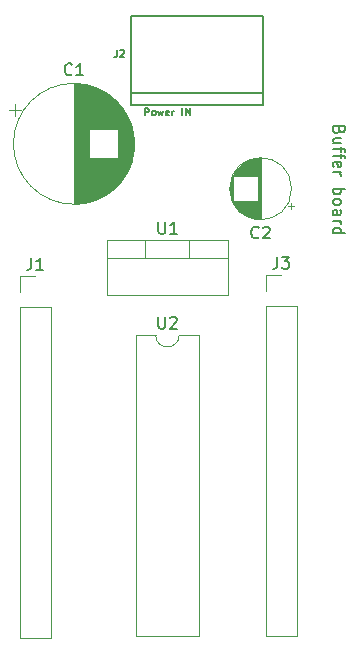
<source format=gto>
G04 #@! TF.GenerationSoftware,KiCad,Pcbnew,5.1.10-1.fc34*
G04 #@! TF.CreationDate,2021-08-21T17:02:38+03:00*
G04 #@! TF.ProjectId,nmea0183-5V-buffer-board,6e6d6561-3031-4383-932d-35562d627566,rev?*
G04 #@! TF.SameCoordinates,Original*
G04 #@! TF.FileFunction,Legend,Top*
G04 #@! TF.FilePolarity,Positive*
%FSLAX46Y46*%
G04 Gerber Fmt 4.6, Leading zero omitted, Abs format (unit mm)*
G04 Created by KiCad (PCBNEW 5.1.10-1.fc34) date 2021-08-21 17:02:38*
%MOMM*%
%LPD*%
G01*
G04 APERTURE LIST*
%ADD10C,0.150000*%
%ADD11C,0.203200*%
%ADD12C,0.120000*%
%ADD13C,0.127000*%
%ADD14C,3.200000*%
%ADD15C,2.235200*%
%ADD16O,1.600000X1.600000*%
%ADD17R,1.600000X1.600000*%
%ADD18O,1.905000X2.000000*%
%ADD19R,1.905000X2.000000*%
%ADD20O,1.700000X1.700000*%
%ADD21R,1.700000X1.700000*%
%ADD22C,1.600000*%
%ADD23C,2.000000*%
%ADD24R,2.000000X2.000000*%
G04 APERTURE END LIST*
D10*
X160853428Y-86233523D02*
X160805809Y-86376380D01*
X160758190Y-86424000D01*
X160662952Y-86471619D01*
X160520095Y-86471619D01*
X160424857Y-86424000D01*
X160377238Y-86376380D01*
X160329619Y-86281142D01*
X160329619Y-85900190D01*
X161329619Y-85900190D01*
X161329619Y-86233523D01*
X161282000Y-86328761D01*
X161234380Y-86376380D01*
X161139142Y-86424000D01*
X161043904Y-86424000D01*
X160948666Y-86376380D01*
X160901047Y-86328761D01*
X160853428Y-86233523D01*
X160853428Y-85900190D01*
X160996285Y-87328761D02*
X160329619Y-87328761D01*
X160996285Y-86900190D02*
X160472476Y-86900190D01*
X160377238Y-86947809D01*
X160329619Y-87043047D01*
X160329619Y-87185904D01*
X160377238Y-87281142D01*
X160424857Y-87328761D01*
X160996285Y-87662095D02*
X160996285Y-88043047D01*
X160329619Y-87804952D02*
X161186761Y-87804952D01*
X161282000Y-87852571D01*
X161329619Y-87947809D01*
X161329619Y-88043047D01*
X160996285Y-88233523D02*
X160996285Y-88614476D01*
X160329619Y-88376380D02*
X161186761Y-88376380D01*
X161282000Y-88424000D01*
X161329619Y-88519238D01*
X161329619Y-88614476D01*
X160377238Y-89328761D02*
X160329619Y-89233523D01*
X160329619Y-89043047D01*
X160377238Y-88947809D01*
X160472476Y-88900190D01*
X160853428Y-88900190D01*
X160948666Y-88947809D01*
X160996285Y-89043047D01*
X160996285Y-89233523D01*
X160948666Y-89328761D01*
X160853428Y-89376380D01*
X160758190Y-89376380D01*
X160662952Y-88900190D01*
X160329619Y-89804952D02*
X160996285Y-89804952D01*
X160805809Y-89804952D02*
X160901047Y-89852571D01*
X160948666Y-89900190D01*
X160996285Y-89995428D01*
X160996285Y-90090666D01*
X160329619Y-91185904D02*
X161329619Y-91185904D01*
X160948666Y-91185904D02*
X160996285Y-91281142D01*
X160996285Y-91471619D01*
X160948666Y-91566857D01*
X160901047Y-91614476D01*
X160805809Y-91662095D01*
X160520095Y-91662095D01*
X160424857Y-91614476D01*
X160377238Y-91566857D01*
X160329619Y-91471619D01*
X160329619Y-91281142D01*
X160377238Y-91185904D01*
X160329619Y-92233523D02*
X160377238Y-92138285D01*
X160424857Y-92090666D01*
X160520095Y-92043047D01*
X160805809Y-92043047D01*
X160901047Y-92090666D01*
X160948666Y-92138285D01*
X160996285Y-92233523D01*
X160996285Y-92376380D01*
X160948666Y-92471619D01*
X160901047Y-92519238D01*
X160805809Y-92566857D01*
X160520095Y-92566857D01*
X160424857Y-92519238D01*
X160377238Y-92471619D01*
X160329619Y-92376380D01*
X160329619Y-92233523D01*
X160329619Y-93424000D02*
X160853428Y-93424000D01*
X160948666Y-93376380D01*
X160996285Y-93281142D01*
X160996285Y-93090666D01*
X160948666Y-92995428D01*
X160377238Y-93424000D02*
X160329619Y-93328761D01*
X160329619Y-93090666D01*
X160377238Y-92995428D01*
X160472476Y-92947809D01*
X160567714Y-92947809D01*
X160662952Y-92995428D01*
X160710571Y-93090666D01*
X160710571Y-93328761D01*
X160758190Y-93424000D01*
X160329619Y-93900190D02*
X160996285Y-93900190D01*
X160805809Y-93900190D02*
X160901047Y-93947809D01*
X160948666Y-93995428D01*
X160996285Y-94090666D01*
X160996285Y-94185904D01*
X160329619Y-94947809D02*
X161329619Y-94947809D01*
X160377238Y-94947809D02*
X160329619Y-94852571D01*
X160329619Y-94662095D01*
X160377238Y-94566857D01*
X160424857Y-94519238D01*
X160520095Y-94471619D01*
X160805809Y-94471619D01*
X160901047Y-94519238D01*
X160948666Y-94566857D01*
X160996285Y-94662095D01*
X160996285Y-94852571D01*
X160948666Y-94947809D01*
D11*
X143205200Y-76573380D02*
X154401520Y-76573380D01*
X154401520Y-76573380D02*
X154401520Y-83070700D01*
X154401520Y-83070700D02*
X154401520Y-84071460D01*
X154401520Y-84071460D02*
X143205200Y-84071460D01*
X143205200Y-84071460D02*
X143205200Y-83070700D01*
X143205200Y-83070700D02*
X143205200Y-76573380D01*
X154401520Y-83070700D02*
X143205200Y-83070700D01*
D12*
X145304000Y-103572000D02*
X143654000Y-103572000D01*
X143654000Y-103572000D02*
X143654000Y-129092000D01*
X143654000Y-129092000D02*
X148954000Y-129092000D01*
X148954000Y-129092000D02*
X148954000Y-103572000D01*
X148954000Y-103572000D02*
X147304000Y-103572000D01*
X147304000Y-103572000D02*
G75*
G02*
X145304000Y-103572000I-1000000J0D01*
G01*
X141184000Y-95536000D02*
X151424000Y-95536000D01*
X141184000Y-100177000D02*
X151424000Y-100177000D01*
X141184000Y-95536000D02*
X141184000Y-100177000D01*
X151424000Y-95536000D02*
X151424000Y-100177000D01*
X141184000Y-97046000D02*
X151424000Y-97046000D01*
X144454000Y-95536000D02*
X144454000Y-97046000D01*
X148155000Y-95536000D02*
X148155000Y-97046000D01*
X154626000Y-129092000D02*
X157286000Y-129092000D01*
X154626000Y-101092000D02*
X154626000Y-129092000D01*
X157286000Y-101092000D02*
X157286000Y-129092000D01*
X154626000Y-101092000D02*
X157286000Y-101092000D01*
X154626000Y-99822000D02*
X154626000Y-98492000D01*
X154626000Y-98492000D02*
X155956000Y-98492000D01*
X133798000Y-129198000D02*
X136458000Y-129198000D01*
X133798000Y-101198000D02*
X133798000Y-129198000D01*
X136458000Y-101198000D02*
X136458000Y-129198000D01*
X133798000Y-101198000D02*
X136458000Y-101198000D01*
X133798000Y-99928000D02*
X133798000Y-98598000D01*
X133798000Y-98598000D02*
X135128000Y-98598000D01*
X156818000Y-91186000D02*
G75*
G03*
X156818000Y-91186000I-2620000J0D01*
G01*
X154198000Y-93766000D02*
X154198000Y-88606000D01*
X154158000Y-93766000D02*
X154158000Y-88606000D01*
X154118000Y-93765000D02*
X154118000Y-88607000D01*
X154078000Y-93764000D02*
X154078000Y-88608000D01*
X154038000Y-93762000D02*
X154038000Y-88610000D01*
X153998000Y-93759000D02*
X153998000Y-88613000D01*
X153958000Y-93755000D02*
X153958000Y-92226000D01*
X153958000Y-90146000D02*
X153958000Y-88617000D01*
X153918000Y-93751000D02*
X153918000Y-92226000D01*
X153918000Y-90146000D02*
X153918000Y-88621000D01*
X153878000Y-93747000D02*
X153878000Y-92226000D01*
X153878000Y-90146000D02*
X153878000Y-88625000D01*
X153838000Y-93742000D02*
X153838000Y-92226000D01*
X153838000Y-90146000D02*
X153838000Y-88630000D01*
X153798000Y-93736000D02*
X153798000Y-92226000D01*
X153798000Y-90146000D02*
X153798000Y-88636000D01*
X153758000Y-93729000D02*
X153758000Y-92226000D01*
X153758000Y-90146000D02*
X153758000Y-88643000D01*
X153718000Y-93722000D02*
X153718000Y-92226000D01*
X153718000Y-90146000D02*
X153718000Y-88650000D01*
X153678000Y-93714000D02*
X153678000Y-92226000D01*
X153678000Y-90146000D02*
X153678000Y-88658000D01*
X153638000Y-93706000D02*
X153638000Y-92226000D01*
X153638000Y-90146000D02*
X153638000Y-88666000D01*
X153598000Y-93697000D02*
X153598000Y-92226000D01*
X153598000Y-90146000D02*
X153598000Y-88675000D01*
X153558000Y-93687000D02*
X153558000Y-92226000D01*
X153558000Y-90146000D02*
X153558000Y-88685000D01*
X153518000Y-93677000D02*
X153518000Y-92226000D01*
X153518000Y-90146000D02*
X153518000Y-88695000D01*
X153477000Y-93666000D02*
X153477000Y-92226000D01*
X153477000Y-90146000D02*
X153477000Y-88706000D01*
X153437000Y-93654000D02*
X153437000Y-92226000D01*
X153437000Y-90146000D02*
X153437000Y-88718000D01*
X153397000Y-93641000D02*
X153397000Y-92226000D01*
X153397000Y-90146000D02*
X153397000Y-88731000D01*
X153357000Y-93628000D02*
X153357000Y-92226000D01*
X153357000Y-90146000D02*
X153357000Y-88744000D01*
X153317000Y-93614000D02*
X153317000Y-92226000D01*
X153317000Y-90146000D02*
X153317000Y-88758000D01*
X153277000Y-93600000D02*
X153277000Y-92226000D01*
X153277000Y-90146000D02*
X153277000Y-88772000D01*
X153237000Y-93584000D02*
X153237000Y-92226000D01*
X153237000Y-90146000D02*
X153237000Y-88788000D01*
X153197000Y-93568000D02*
X153197000Y-92226000D01*
X153197000Y-90146000D02*
X153197000Y-88804000D01*
X153157000Y-93551000D02*
X153157000Y-92226000D01*
X153157000Y-90146000D02*
X153157000Y-88821000D01*
X153117000Y-93534000D02*
X153117000Y-92226000D01*
X153117000Y-90146000D02*
X153117000Y-88838000D01*
X153077000Y-93515000D02*
X153077000Y-92226000D01*
X153077000Y-90146000D02*
X153077000Y-88857000D01*
X153037000Y-93496000D02*
X153037000Y-92226000D01*
X153037000Y-90146000D02*
X153037000Y-88876000D01*
X152997000Y-93476000D02*
X152997000Y-92226000D01*
X152997000Y-90146000D02*
X152997000Y-88896000D01*
X152957000Y-93454000D02*
X152957000Y-92226000D01*
X152957000Y-90146000D02*
X152957000Y-88918000D01*
X152917000Y-93433000D02*
X152917000Y-92226000D01*
X152917000Y-90146000D02*
X152917000Y-88939000D01*
X152877000Y-93410000D02*
X152877000Y-92226000D01*
X152877000Y-90146000D02*
X152877000Y-88962000D01*
X152837000Y-93386000D02*
X152837000Y-92226000D01*
X152837000Y-90146000D02*
X152837000Y-88986000D01*
X152797000Y-93361000D02*
X152797000Y-92226000D01*
X152797000Y-90146000D02*
X152797000Y-89011000D01*
X152757000Y-93335000D02*
X152757000Y-92226000D01*
X152757000Y-90146000D02*
X152757000Y-89037000D01*
X152717000Y-93308000D02*
X152717000Y-92226000D01*
X152717000Y-90146000D02*
X152717000Y-89064000D01*
X152677000Y-93281000D02*
X152677000Y-92226000D01*
X152677000Y-90146000D02*
X152677000Y-89091000D01*
X152637000Y-93251000D02*
X152637000Y-92226000D01*
X152637000Y-90146000D02*
X152637000Y-89121000D01*
X152597000Y-93221000D02*
X152597000Y-92226000D01*
X152597000Y-90146000D02*
X152597000Y-89151000D01*
X152557000Y-93190000D02*
X152557000Y-92226000D01*
X152557000Y-90146000D02*
X152557000Y-89182000D01*
X152517000Y-93157000D02*
X152517000Y-92226000D01*
X152517000Y-90146000D02*
X152517000Y-89215000D01*
X152477000Y-93123000D02*
X152477000Y-92226000D01*
X152477000Y-90146000D02*
X152477000Y-89249000D01*
X152437000Y-93087000D02*
X152437000Y-92226000D01*
X152437000Y-90146000D02*
X152437000Y-89285000D01*
X152397000Y-93050000D02*
X152397000Y-92226000D01*
X152397000Y-90146000D02*
X152397000Y-89322000D01*
X152357000Y-93012000D02*
X152357000Y-92226000D01*
X152357000Y-90146000D02*
X152357000Y-89360000D01*
X152317000Y-92971000D02*
X152317000Y-92226000D01*
X152317000Y-90146000D02*
X152317000Y-89401000D01*
X152277000Y-92929000D02*
X152277000Y-92226000D01*
X152277000Y-90146000D02*
X152277000Y-89443000D01*
X152237000Y-92885000D02*
X152237000Y-92226000D01*
X152237000Y-90146000D02*
X152237000Y-89487000D01*
X152197000Y-92839000D02*
X152197000Y-92226000D01*
X152197000Y-90146000D02*
X152197000Y-89533000D01*
X152157000Y-92791000D02*
X152157000Y-92226000D01*
X152157000Y-90146000D02*
X152157000Y-89581000D01*
X152117000Y-92740000D02*
X152117000Y-92226000D01*
X152117000Y-90146000D02*
X152117000Y-89632000D01*
X152077000Y-92686000D02*
X152077000Y-92226000D01*
X152077000Y-90146000D02*
X152077000Y-89686000D01*
X152037000Y-92629000D02*
X152037000Y-92226000D01*
X152037000Y-90146000D02*
X152037000Y-89743000D01*
X151997000Y-92569000D02*
X151997000Y-92226000D01*
X151997000Y-90146000D02*
X151997000Y-89803000D01*
X151957000Y-92505000D02*
X151957000Y-92226000D01*
X151957000Y-90146000D02*
X151957000Y-89867000D01*
X151917000Y-92437000D02*
X151917000Y-92226000D01*
X151917000Y-90146000D02*
X151917000Y-89935000D01*
X151877000Y-92364000D02*
X151877000Y-90008000D01*
X151837000Y-92284000D02*
X151837000Y-90088000D01*
X151797000Y-92197000D02*
X151797000Y-90175000D01*
X151757000Y-92101000D02*
X151757000Y-90271000D01*
X151717000Y-91991000D02*
X151717000Y-90381000D01*
X151677000Y-91863000D02*
X151677000Y-90509000D01*
X151637000Y-91704000D02*
X151637000Y-90668000D01*
X151597000Y-91470000D02*
X151597000Y-90902000D01*
X157002775Y-92661000D02*
X156502775Y-92661000D01*
X156752775Y-92911000D02*
X156752775Y-92411000D01*
X143510000Y-87376000D02*
G75*
G03*
X143510000Y-87376000I-5120000J0D01*
G01*
X138390000Y-82296000D02*
X138390000Y-92456000D01*
X138430000Y-82296000D02*
X138430000Y-92456000D01*
X138470000Y-82296000D02*
X138470000Y-92456000D01*
X138510000Y-82297000D02*
X138510000Y-92455000D01*
X138550000Y-82298000D02*
X138550000Y-92454000D01*
X138590000Y-82299000D02*
X138590000Y-92453000D01*
X138630000Y-82301000D02*
X138630000Y-92451000D01*
X138670000Y-82303000D02*
X138670000Y-92449000D01*
X138710000Y-82306000D02*
X138710000Y-92446000D01*
X138750000Y-82308000D02*
X138750000Y-92444000D01*
X138790000Y-82311000D02*
X138790000Y-92441000D01*
X138830000Y-82314000D02*
X138830000Y-92438000D01*
X138870000Y-82318000D02*
X138870000Y-92434000D01*
X138910000Y-82322000D02*
X138910000Y-92430000D01*
X138950000Y-82326000D02*
X138950000Y-92426000D01*
X138990000Y-82331000D02*
X138990000Y-92421000D01*
X139030000Y-82336000D02*
X139030000Y-92416000D01*
X139070000Y-82341000D02*
X139070000Y-92411000D01*
X139111000Y-82346000D02*
X139111000Y-92406000D01*
X139151000Y-82352000D02*
X139151000Y-92400000D01*
X139191000Y-82358000D02*
X139191000Y-92394000D01*
X139231000Y-82365000D02*
X139231000Y-92387000D01*
X139271000Y-82372000D02*
X139271000Y-92380000D01*
X139311000Y-82379000D02*
X139311000Y-92373000D01*
X139351000Y-82386000D02*
X139351000Y-92366000D01*
X139391000Y-82394000D02*
X139391000Y-92358000D01*
X139431000Y-82402000D02*
X139431000Y-92350000D01*
X139471000Y-82411000D02*
X139471000Y-92341000D01*
X139511000Y-82420000D02*
X139511000Y-92332000D01*
X139551000Y-82429000D02*
X139551000Y-92323000D01*
X139591000Y-82438000D02*
X139591000Y-92314000D01*
X139631000Y-82448000D02*
X139631000Y-92304000D01*
X139671000Y-82458000D02*
X139671000Y-86135000D01*
X139671000Y-88617000D02*
X139671000Y-92294000D01*
X139711000Y-82469000D02*
X139711000Y-86135000D01*
X139711000Y-88617000D02*
X139711000Y-92283000D01*
X139751000Y-82479000D02*
X139751000Y-86135000D01*
X139751000Y-88617000D02*
X139751000Y-92273000D01*
X139791000Y-82491000D02*
X139791000Y-86135000D01*
X139791000Y-88617000D02*
X139791000Y-92261000D01*
X139831000Y-82502000D02*
X139831000Y-86135000D01*
X139831000Y-88617000D02*
X139831000Y-92250000D01*
X139871000Y-82514000D02*
X139871000Y-86135000D01*
X139871000Y-88617000D02*
X139871000Y-92238000D01*
X139911000Y-82526000D02*
X139911000Y-86135000D01*
X139911000Y-88617000D02*
X139911000Y-92226000D01*
X139951000Y-82539000D02*
X139951000Y-86135000D01*
X139951000Y-88617000D02*
X139951000Y-92213000D01*
X139991000Y-82552000D02*
X139991000Y-86135000D01*
X139991000Y-88617000D02*
X139991000Y-92200000D01*
X140031000Y-82565000D02*
X140031000Y-86135000D01*
X140031000Y-88617000D02*
X140031000Y-92187000D01*
X140071000Y-82579000D02*
X140071000Y-86135000D01*
X140071000Y-88617000D02*
X140071000Y-92173000D01*
X140111000Y-82593000D02*
X140111000Y-86135000D01*
X140111000Y-88617000D02*
X140111000Y-92159000D01*
X140151000Y-82608000D02*
X140151000Y-86135000D01*
X140151000Y-88617000D02*
X140151000Y-92144000D01*
X140191000Y-82622000D02*
X140191000Y-86135000D01*
X140191000Y-88617000D02*
X140191000Y-92130000D01*
X140231000Y-82638000D02*
X140231000Y-86135000D01*
X140231000Y-88617000D02*
X140231000Y-92114000D01*
X140271000Y-82653000D02*
X140271000Y-86135000D01*
X140271000Y-88617000D02*
X140271000Y-92099000D01*
X140311000Y-82669000D02*
X140311000Y-86135000D01*
X140311000Y-88617000D02*
X140311000Y-92083000D01*
X140351000Y-82686000D02*
X140351000Y-86135000D01*
X140351000Y-88617000D02*
X140351000Y-92066000D01*
X140391000Y-82702000D02*
X140391000Y-86135000D01*
X140391000Y-88617000D02*
X140391000Y-92050000D01*
X140431000Y-82719000D02*
X140431000Y-86135000D01*
X140431000Y-88617000D02*
X140431000Y-92033000D01*
X140471000Y-82737000D02*
X140471000Y-86135000D01*
X140471000Y-88617000D02*
X140471000Y-92015000D01*
X140511000Y-82755000D02*
X140511000Y-86135000D01*
X140511000Y-88617000D02*
X140511000Y-91997000D01*
X140551000Y-82773000D02*
X140551000Y-86135000D01*
X140551000Y-88617000D02*
X140551000Y-91979000D01*
X140591000Y-82792000D02*
X140591000Y-86135000D01*
X140591000Y-88617000D02*
X140591000Y-91960000D01*
X140631000Y-82812000D02*
X140631000Y-86135000D01*
X140631000Y-88617000D02*
X140631000Y-91940000D01*
X140671000Y-82831000D02*
X140671000Y-86135000D01*
X140671000Y-88617000D02*
X140671000Y-91921000D01*
X140711000Y-82851000D02*
X140711000Y-86135000D01*
X140711000Y-88617000D02*
X140711000Y-91901000D01*
X140751000Y-82872000D02*
X140751000Y-86135000D01*
X140751000Y-88617000D02*
X140751000Y-91880000D01*
X140791000Y-82893000D02*
X140791000Y-86135000D01*
X140791000Y-88617000D02*
X140791000Y-91859000D01*
X140831000Y-82914000D02*
X140831000Y-86135000D01*
X140831000Y-88617000D02*
X140831000Y-91838000D01*
X140871000Y-82936000D02*
X140871000Y-86135000D01*
X140871000Y-88617000D02*
X140871000Y-91816000D01*
X140911000Y-82959000D02*
X140911000Y-86135000D01*
X140911000Y-88617000D02*
X140911000Y-91793000D01*
X140951000Y-82981000D02*
X140951000Y-86135000D01*
X140951000Y-88617000D02*
X140951000Y-91771000D01*
X140991000Y-83005000D02*
X140991000Y-86135000D01*
X140991000Y-88617000D02*
X140991000Y-91747000D01*
X141031000Y-83029000D02*
X141031000Y-86135000D01*
X141031000Y-88617000D02*
X141031000Y-91723000D01*
X141071000Y-83053000D02*
X141071000Y-86135000D01*
X141071000Y-88617000D02*
X141071000Y-91699000D01*
X141111000Y-83078000D02*
X141111000Y-86135000D01*
X141111000Y-88617000D02*
X141111000Y-91674000D01*
X141151000Y-83103000D02*
X141151000Y-86135000D01*
X141151000Y-88617000D02*
X141151000Y-91649000D01*
X141191000Y-83129000D02*
X141191000Y-86135000D01*
X141191000Y-88617000D02*
X141191000Y-91623000D01*
X141231000Y-83155000D02*
X141231000Y-86135000D01*
X141231000Y-88617000D02*
X141231000Y-91597000D01*
X141271000Y-83182000D02*
X141271000Y-86135000D01*
X141271000Y-88617000D02*
X141271000Y-91570000D01*
X141311000Y-83210000D02*
X141311000Y-86135000D01*
X141311000Y-88617000D02*
X141311000Y-91542000D01*
X141351000Y-83238000D02*
X141351000Y-86135000D01*
X141351000Y-88617000D02*
X141351000Y-91514000D01*
X141391000Y-83266000D02*
X141391000Y-86135000D01*
X141391000Y-88617000D02*
X141391000Y-91486000D01*
X141431000Y-83296000D02*
X141431000Y-86135000D01*
X141431000Y-88617000D02*
X141431000Y-91456000D01*
X141471000Y-83326000D02*
X141471000Y-86135000D01*
X141471000Y-88617000D02*
X141471000Y-91426000D01*
X141511000Y-83356000D02*
X141511000Y-86135000D01*
X141511000Y-88617000D02*
X141511000Y-91396000D01*
X141551000Y-83387000D02*
X141551000Y-86135000D01*
X141551000Y-88617000D02*
X141551000Y-91365000D01*
X141591000Y-83419000D02*
X141591000Y-86135000D01*
X141591000Y-88617000D02*
X141591000Y-91333000D01*
X141631000Y-83451000D02*
X141631000Y-86135000D01*
X141631000Y-88617000D02*
X141631000Y-91301000D01*
X141671000Y-83484000D02*
X141671000Y-86135000D01*
X141671000Y-88617000D02*
X141671000Y-91268000D01*
X141711000Y-83518000D02*
X141711000Y-86135000D01*
X141711000Y-88617000D02*
X141711000Y-91234000D01*
X141751000Y-83552000D02*
X141751000Y-86135000D01*
X141751000Y-88617000D02*
X141751000Y-91200000D01*
X141791000Y-83587000D02*
X141791000Y-86135000D01*
X141791000Y-88617000D02*
X141791000Y-91165000D01*
X141831000Y-83623000D02*
X141831000Y-86135000D01*
X141831000Y-88617000D02*
X141831000Y-91129000D01*
X141871000Y-83660000D02*
X141871000Y-86135000D01*
X141871000Y-88617000D02*
X141871000Y-91092000D01*
X141911000Y-83697000D02*
X141911000Y-86135000D01*
X141911000Y-88617000D02*
X141911000Y-91055000D01*
X141951000Y-83736000D02*
X141951000Y-86135000D01*
X141951000Y-88617000D02*
X141951000Y-91016000D01*
X141991000Y-83775000D02*
X141991000Y-86135000D01*
X141991000Y-88617000D02*
X141991000Y-90977000D01*
X142031000Y-83815000D02*
X142031000Y-86135000D01*
X142031000Y-88617000D02*
X142031000Y-90937000D01*
X142071000Y-83856000D02*
X142071000Y-86135000D01*
X142071000Y-88617000D02*
X142071000Y-90896000D01*
X142111000Y-83898000D02*
X142111000Y-86135000D01*
X142111000Y-88617000D02*
X142111000Y-90854000D01*
X142151000Y-83940000D02*
X142151000Y-90812000D01*
X142191000Y-83984000D02*
X142191000Y-90768000D01*
X142231000Y-84029000D02*
X142231000Y-90723000D01*
X142271000Y-84075000D02*
X142271000Y-90677000D01*
X142311000Y-84122000D02*
X142311000Y-90630000D01*
X142351000Y-84170000D02*
X142351000Y-90582000D01*
X142391000Y-84220000D02*
X142391000Y-90532000D01*
X142431000Y-84270000D02*
X142431000Y-90482000D01*
X142471000Y-84322000D02*
X142471000Y-90430000D01*
X142511000Y-84376000D02*
X142511000Y-90376000D01*
X142551000Y-84431000D02*
X142551000Y-90321000D01*
X142591000Y-84487000D02*
X142591000Y-90265000D01*
X142631000Y-84546000D02*
X142631000Y-90206000D01*
X142671000Y-84606000D02*
X142671000Y-90146000D01*
X142711000Y-84667000D02*
X142711000Y-90085000D01*
X142751000Y-84731000D02*
X142751000Y-90021000D01*
X142791000Y-84797000D02*
X142791000Y-89955000D01*
X142831000Y-84866000D02*
X142831000Y-89886000D01*
X142871000Y-84937000D02*
X142871000Y-89815000D01*
X142911000Y-85011000D02*
X142911000Y-89741000D01*
X142951000Y-85087000D02*
X142951000Y-89665000D01*
X142991000Y-85167000D02*
X142991000Y-89585000D01*
X143031000Y-85251000D02*
X143031000Y-89501000D01*
X143071000Y-85339000D02*
X143071000Y-89413000D01*
X143111000Y-85432000D02*
X143111000Y-89320000D01*
X143151000Y-85530000D02*
X143151000Y-89222000D01*
X143191000Y-85634000D02*
X143191000Y-89118000D01*
X143231000Y-85746000D02*
X143231000Y-89006000D01*
X143271000Y-85866000D02*
X143271000Y-88886000D01*
X143311000Y-85998000D02*
X143311000Y-88754000D01*
X143351000Y-86146000D02*
X143351000Y-88606000D01*
X143391000Y-86314000D02*
X143391000Y-88438000D01*
X143431000Y-86514000D02*
X143431000Y-88238000D01*
X143471000Y-86777000D02*
X143471000Y-87975000D01*
X132910354Y-84501000D02*
X133910354Y-84501000D01*
X133410354Y-84001000D02*
X133410354Y-85001000D01*
D13*
X142036800Y-79422171D02*
X142036800Y-79857600D01*
X142007771Y-79944685D01*
X141949714Y-80002742D01*
X141862628Y-80031771D01*
X141804571Y-80031771D01*
X142298057Y-79480228D02*
X142327085Y-79451200D01*
X142385142Y-79422171D01*
X142530285Y-79422171D01*
X142588342Y-79451200D01*
X142617371Y-79480228D01*
X142646400Y-79538285D01*
X142646400Y-79596342D01*
X142617371Y-79683428D01*
X142269028Y-80031771D01*
X142646400Y-80031771D01*
X144402628Y-84984771D02*
X144402628Y-84375171D01*
X144634857Y-84375171D01*
X144692914Y-84404200D01*
X144721942Y-84433228D01*
X144750971Y-84491285D01*
X144750971Y-84578371D01*
X144721942Y-84636428D01*
X144692914Y-84665457D01*
X144634857Y-84694485D01*
X144402628Y-84694485D01*
X145099314Y-84984771D02*
X145041257Y-84955742D01*
X145012228Y-84926714D01*
X144983200Y-84868657D01*
X144983200Y-84694485D01*
X145012228Y-84636428D01*
X145041257Y-84607400D01*
X145099314Y-84578371D01*
X145186400Y-84578371D01*
X145244457Y-84607400D01*
X145273485Y-84636428D01*
X145302514Y-84694485D01*
X145302514Y-84868657D01*
X145273485Y-84926714D01*
X145244457Y-84955742D01*
X145186400Y-84984771D01*
X145099314Y-84984771D01*
X145505714Y-84578371D02*
X145621828Y-84984771D01*
X145737942Y-84694485D01*
X145854057Y-84984771D01*
X145970171Y-84578371D01*
X146434628Y-84955742D02*
X146376571Y-84984771D01*
X146260457Y-84984771D01*
X146202400Y-84955742D01*
X146173371Y-84897685D01*
X146173371Y-84665457D01*
X146202400Y-84607400D01*
X146260457Y-84578371D01*
X146376571Y-84578371D01*
X146434628Y-84607400D01*
X146463657Y-84665457D01*
X146463657Y-84723514D01*
X146173371Y-84781571D01*
X146724914Y-84984771D02*
X146724914Y-84578371D01*
X146724914Y-84694485D02*
X146753942Y-84636428D01*
X146782971Y-84607400D01*
X146841028Y-84578371D01*
X146899085Y-84578371D01*
X147566742Y-84984771D02*
X147566742Y-84375171D01*
X147857028Y-84984771D02*
X147857028Y-84375171D01*
X148205371Y-84984771D01*
X148205371Y-84375171D01*
D10*
X145542095Y-102024380D02*
X145542095Y-102833904D01*
X145589714Y-102929142D01*
X145637333Y-102976761D01*
X145732571Y-103024380D01*
X145923047Y-103024380D01*
X146018285Y-102976761D01*
X146065904Y-102929142D01*
X146113523Y-102833904D01*
X146113523Y-102024380D01*
X146542095Y-102119619D02*
X146589714Y-102072000D01*
X146684952Y-102024380D01*
X146923047Y-102024380D01*
X147018285Y-102072000D01*
X147065904Y-102119619D01*
X147113523Y-102214857D01*
X147113523Y-102310095D01*
X147065904Y-102452952D01*
X146494476Y-103024380D01*
X147113523Y-103024380D01*
X145542095Y-93988380D02*
X145542095Y-94797904D01*
X145589714Y-94893142D01*
X145637333Y-94940761D01*
X145732571Y-94988380D01*
X145923047Y-94988380D01*
X146018285Y-94940761D01*
X146065904Y-94893142D01*
X146113523Y-94797904D01*
X146113523Y-93988380D01*
X147113523Y-94988380D02*
X146542095Y-94988380D01*
X146827809Y-94988380D02*
X146827809Y-93988380D01*
X146732571Y-94131238D01*
X146637333Y-94226476D01*
X146542095Y-94274095D01*
X155622666Y-96944380D02*
X155622666Y-97658666D01*
X155575047Y-97801523D01*
X155479809Y-97896761D01*
X155336952Y-97944380D01*
X155241714Y-97944380D01*
X156003619Y-96944380D02*
X156622666Y-96944380D01*
X156289333Y-97325333D01*
X156432190Y-97325333D01*
X156527428Y-97372952D01*
X156575047Y-97420571D01*
X156622666Y-97515809D01*
X156622666Y-97753904D01*
X156575047Y-97849142D01*
X156527428Y-97896761D01*
X156432190Y-97944380D01*
X156146476Y-97944380D01*
X156051238Y-97896761D01*
X156003619Y-97849142D01*
X134794666Y-97050380D02*
X134794666Y-97764666D01*
X134747047Y-97907523D01*
X134651809Y-98002761D01*
X134508952Y-98050380D01*
X134413714Y-98050380D01*
X135794666Y-98050380D02*
X135223238Y-98050380D01*
X135508952Y-98050380D02*
X135508952Y-97050380D01*
X135413714Y-97193238D01*
X135318476Y-97288476D01*
X135223238Y-97336095D01*
X154031333Y-95293142D02*
X153983714Y-95340761D01*
X153840857Y-95388380D01*
X153745619Y-95388380D01*
X153602761Y-95340761D01*
X153507523Y-95245523D01*
X153459904Y-95150285D01*
X153412285Y-94959809D01*
X153412285Y-94816952D01*
X153459904Y-94626476D01*
X153507523Y-94531238D01*
X153602761Y-94436000D01*
X153745619Y-94388380D01*
X153840857Y-94388380D01*
X153983714Y-94436000D01*
X154031333Y-94483619D01*
X154412285Y-94483619D02*
X154459904Y-94436000D01*
X154555142Y-94388380D01*
X154793238Y-94388380D01*
X154888476Y-94436000D01*
X154936095Y-94483619D01*
X154983714Y-94578857D01*
X154983714Y-94674095D01*
X154936095Y-94816952D01*
X154364666Y-95388380D01*
X154983714Y-95388380D01*
X138223333Y-81483142D02*
X138175714Y-81530761D01*
X138032857Y-81578380D01*
X137937619Y-81578380D01*
X137794761Y-81530761D01*
X137699523Y-81435523D01*
X137651904Y-81340285D01*
X137604285Y-81149809D01*
X137604285Y-81006952D01*
X137651904Y-80816476D01*
X137699523Y-80721238D01*
X137794761Y-80626000D01*
X137937619Y-80578380D01*
X138032857Y-80578380D01*
X138175714Y-80626000D01*
X138223333Y-80673619D01*
X139175714Y-81578380D02*
X138604285Y-81578380D01*
X138890000Y-81578380D02*
X138890000Y-80578380D01*
X138794761Y-80721238D01*
X138699523Y-80816476D01*
X138604285Y-80864095D01*
%LPC*%
D14*
X160274000Y-132080000D03*
X160274000Y-79756000D03*
X130810000Y-132080000D03*
X130810000Y-79756000D03*
D15*
X151302720Y-80772000D03*
G36*
G01*
X145186400Y-81788000D02*
X145186400Y-79756000D01*
G75*
G02*
X145288000Y-79654400I101600J0D01*
G01*
X147320000Y-79654400D01*
G75*
G02*
X147421600Y-79756000I0J-101600D01*
G01*
X147421600Y-81788000D01*
G75*
G02*
X147320000Y-81889600I-101600J0D01*
G01*
X145288000Y-81889600D01*
G75*
G02*
X145186400Y-81788000I0J101600D01*
G01*
G37*
D16*
X150114000Y-104902000D03*
X142494000Y-127762000D03*
X150114000Y-107442000D03*
X142494000Y-125222000D03*
X150114000Y-109982000D03*
X142494000Y-122682000D03*
X150114000Y-112522000D03*
X142494000Y-120142000D03*
X150114000Y-115062000D03*
X142494000Y-117602000D03*
X150114000Y-117602000D03*
X142494000Y-115062000D03*
X150114000Y-120142000D03*
X142494000Y-112522000D03*
X150114000Y-122682000D03*
X142494000Y-109982000D03*
X150114000Y-125222000D03*
X142494000Y-107442000D03*
X150114000Y-127762000D03*
D17*
X142494000Y-104902000D03*
D18*
X148844000Y-98806000D03*
X146304000Y-98806000D03*
D19*
X143764000Y-98806000D03*
D20*
X155956000Y-127762000D03*
X155956000Y-125222000D03*
X155956000Y-122682000D03*
X155956000Y-120142000D03*
X155956000Y-117602000D03*
X155956000Y-115062000D03*
X155956000Y-112522000D03*
X155956000Y-109982000D03*
X155956000Y-107442000D03*
X155956000Y-104902000D03*
X155956000Y-102362000D03*
D21*
X155956000Y-99822000D03*
D20*
X135128000Y-127868000D03*
X135128000Y-125328000D03*
X135128000Y-122788000D03*
X135128000Y-120248000D03*
X135128000Y-117708000D03*
X135128000Y-115168000D03*
X135128000Y-112628000D03*
X135128000Y-110088000D03*
X135128000Y-107548000D03*
X135128000Y-105008000D03*
X135128000Y-102468000D03*
D21*
X135128000Y-99928000D03*
D22*
X152948000Y-91186000D03*
D17*
X155448000Y-91186000D03*
D23*
X140890000Y-87376000D03*
D24*
X135890000Y-87376000D03*
M02*

</source>
